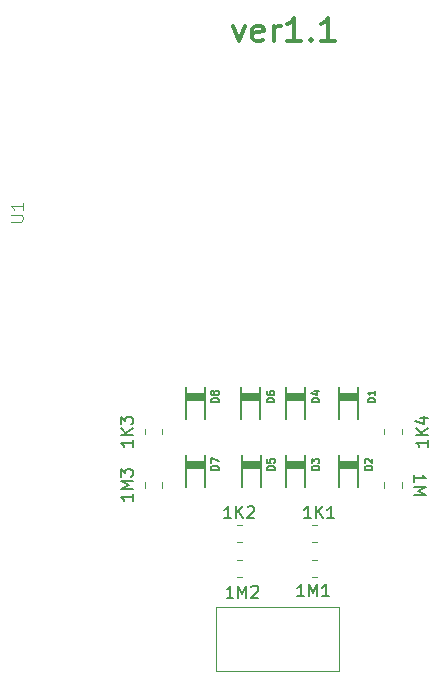
<source format=gbr>
%TF.GenerationSoftware,KiCad,Pcbnew,7.0.9*%
%TF.CreationDate,2025-04-28T00:26:43+09:00*%
%TF.ProjectId,Rp2040_v1.1,52703230-3430-45f7-9631-2e312e6b6963,rev?*%
%TF.SameCoordinates,Original*%
%TF.FileFunction,Legend,Top*%
%TF.FilePolarity,Positive*%
%FSLAX46Y46*%
G04 Gerber Fmt 4.6, Leading zero omitted, Abs format (unit mm)*
G04 Created by KiCad (PCBNEW 7.0.9) date 2025-04-28 00:26:43*
%MOMM*%
%LPD*%
G01*
G04 APERTURE LIST*
%ADD10C,0.300000*%
%ADD11C,0.150000*%
%ADD12C,0.100000*%
%ADD13C,0.127000*%
%ADD14C,0.010000*%
%ADD15C,0.120000*%
G04 APERTURE END LIST*
D10*
X90233082Y-29906304D02*
X90709272Y-31239638D01*
X90709272Y-31239638D02*
X91185463Y-29906304D01*
X92709273Y-31144400D02*
X92518797Y-31239638D01*
X92518797Y-31239638D02*
X92137844Y-31239638D01*
X92137844Y-31239638D02*
X91947368Y-31144400D01*
X91947368Y-31144400D02*
X91852130Y-30953923D01*
X91852130Y-30953923D02*
X91852130Y-30192019D01*
X91852130Y-30192019D02*
X91947368Y-30001542D01*
X91947368Y-30001542D02*
X92137844Y-29906304D01*
X92137844Y-29906304D02*
X92518797Y-29906304D01*
X92518797Y-29906304D02*
X92709273Y-30001542D01*
X92709273Y-30001542D02*
X92804511Y-30192019D01*
X92804511Y-30192019D02*
X92804511Y-30382495D01*
X92804511Y-30382495D02*
X91852130Y-30572971D01*
X93661654Y-31239638D02*
X93661654Y-29906304D01*
X93661654Y-30287257D02*
X93756892Y-30096780D01*
X93756892Y-30096780D02*
X93852130Y-30001542D01*
X93852130Y-30001542D02*
X94042606Y-29906304D01*
X94042606Y-29906304D02*
X94233083Y-29906304D01*
X95947368Y-31239638D02*
X94804511Y-31239638D01*
X95375939Y-31239638D02*
X95375939Y-29239638D01*
X95375939Y-29239638D02*
X95185463Y-29525352D01*
X95185463Y-29525352D02*
X94994987Y-29715828D01*
X94994987Y-29715828D02*
X94804511Y-29811066D01*
X96804511Y-31049161D02*
X96899749Y-31144400D01*
X96899749Y-31144400D02*
X96804511Y-31239638D01*
X96804511Y-31239638D02*
X96709273Y-31144400D01*
X96709273Y-31144400D02*
X96804511Y-31049161D01*
X96804511Y-31049161D02*
X96804511Y-31239638D01*
X98804511Y-31239638D02*
X97661654Y-31239638D01*
X98233082Y-31239638D02*
X98233082Y-29239638D01*
X98233082Y-29239638D02*
X98042606Y-29525352D01*
X98042606Y-29525352D02*
X97852130Y-29715828D01*
X97852130Y-29715828D02*
X97661654Y-29811066D01*
D11*
X105545180Y-68511785D02*
X105545180Y-67940357D01*
X105545180Y-68226071D02*
X106545180Y-68226071D01*
X106545180Y-68226071D02*
X106402323Y-68130833D01*
X106402323Y-68130833D02*
X106307085Y-68035595D01*
X106307085Y-68035595D02*
X106259466Y-67940357D01*
X105545180Y-68940357D02*
X106545180Y-68940357D01*
X106545180Y-68940357D02*
X105830895Y-69273690D01*
X105830895Y-69273690D02*
X106545180Y-69607023D01*
X106545180Y-69607023D02*
X105545180Y-69607023D01*
X97496541Y-61789295D02*
X96855944Y-61789295D01*
X96855944Y-61789295D02*
X96855944Y-61636772D01*
X96855944Y-61636772D02*
X96886449Y-61545258D01*
X96886449Y-61545258D02*
X96947458Y-61484249D01*
X96947458Y-61484249D02*
X97008467Y-61453745D01*
X97008467Y-61453745D02*
X97130486Y-61423240D01*
X97130486Y-61423240D02*
X97222000Y-61423240D01*
X97222000Y-61423240D02*
X97344018Y-61453745D01*
X97344018Y-61453745D02*
X97405027Y-61484249D01*
X97405027Y-61484249D02*
X97466037Y-61545258D01*
X97466037Y-61545258D02*
X97496541Y-61636772D01*
X97496541Y-61636772D02*
X97496541Y-61789295D01*
X97069476Y-60874157D02*
X97496541Y-60874157D01*
X96825440Y-61026680D02*
X97283009Y-61179203D01*
X97283009Y-61179203D02*
X97283009Y-60782643D01*
X96809523Y-71589819D02*
X96238095Y-71589819D01*
X96523809Y-71589819D02*
X96523809Y-70589819D01*
X96523809Y-70589819D02*
X96428571Y-70732676D01*
X96428571Y-70732676D02*
X96333333Y-70827914D01*
X96333333Y-70827914D02*
X96238095Y-70875533D01*
X97238095Y-71589819D02*
X97238095Y-70589819D01*
X97809523Y-71589819D02*
X97380952Y-71018390D01*
X97809523Y-70589819D02*
X97238095Y-71161247D01*
X98761904Y-71589819D02*
X98190476Y-71589819D01*
X98476190Y-71589819D02*
X98476190Y-70589819D01*
X98476190Y-70589819D02*
X98380952Y-70732676D01*
X98380952Y-70732676D02*
X98285714Y-70827914D01*
X98285714Y-70827914D02*
X98190476Y-70875533D01*
X96238095Y-78204819D02*
X95666667Y-78204819D01*
X95952381Y-78204819D02*
X95952381Y-77204819D01*
X95952381Y-77204819D02*
X95857143Y-77347676D01*
X95857143Y-77347676D02*
X95761905Y-77442914D01*
X95761905Y-77442914D02*
X95666667Y-77490533D01*
X96666667Y-78204819D02*
X96666667Y-77204819D01*
X96666667Y-77204819D02*
X97000000Y-77919104D01*
X97000000Y-77919104D02*
X97333333Y-77204819D01*
X97333333Y-77204819D02*
X97333333Y-78204819D01*
X98333333Y-78204819D02*
X97761905Y-78204819D01*
X98047619Y-78204819D02*
X98047619Y-77204819D01*
X98047619Y-77204819D02*
X97952381Y-77347676D01*
X97952381Y-77347676D02*
X97857143Y-77442914D01*
X97857143Y-77442914D02*
X97761905Y-77490533D01*
X97496541Y-67539295D02*
X96855944Y-67539295D01*
X96855944Y-67539295D02*
X96855944Y-67386772D01*
X96855944Y-67386772D02*
X96886449Y-67295258D01*
X96886449Y-67295258D02*
X96947458Y-67234249D01*
X96947458Y-67234249D02*
X97008467Y-67203745D01*
X97008467Y-67203745D02*
X97130486Y-67173240D01*
X97130486Y-67173240D02*
X97222000Y-67173240D01*
X97222000Y-67173240D02*
X97344018Y-67203745D01*
X97344018Y-67203745D02*
X97405027Y-67234249D01*
X97405027Y-67234249D02*
X97466037Y-67295258D01*
X97466037Y-67295258D02*
X97496541Y-67386772D01*
X97496541Y-67386772D02*
X97496541Y-67539295D01*
X96855944Y-66959708D02*
X96855944Y-66563148D01*
X96855944Y-66563148D02*
X97099981Y-66776680D01*
X97099981Y-66776680D02*
X97099981Y-66685166D01*
X97099981Y-66685166D02*
X97130486Y-66624157D01*
X97130486Y-66624157D02*
X97160990Y-66593652D01*
X97160990Y-66593652D02*
X97222000Y-66563148D01*
X97222000Y-66563148D02*
X97374523Y-66563148D01*
X97374523Y-66563148D02*
X97435532Y-66593652D01*
X97435532Y-66593652D02*
X97466037Y-66624157D01*
X97466037Y-66624157D02*
X97496541Y-66685166D01*
X97496541Y-66685166D02*
X97496541Y-66868194D01*
X97496541Y-66868194D02*
X97466037Y-66929203D01*
X97466037Y-66929203D02*
X97435532Y-66959708D01*
D12*
X71417419Y-46501904D02*
X72226942Y-46501904D01*
X72226942Y-46501904D02*
X72322180Y-46454285D01*
X72322180Y-46454285D02*
X72369800Y-46406666D01*
X72369800Y-46406666D02*
X72417419Y-46311428D01*
X72417419Y-46311428D02*
X72417419Y-46120952D01*
X72417419Y-46120952D02*
X72369800Y-46025714D01*
X72369800Y-46025714D02*
X72322180Y-45978095D01*
X72322180Y-45978095D02*
X72226942Y-45930476D01*
X72226942Y-45930476D02*
X71417419Y-45930476D01*
X72417419Y-44930476D02*
X72417419Y-45501904D01*
X72417419Y-45216190D02*
X71417419Y-45216190D01*
X71417419Y-45216190D02*
X71560276Y-45311428D01*
X71560276Y-45311428D02*
X71655514Y-45406666D01*
X71655514Y-45406666D02*
X71703133Y-45501904D01*
D11*
X88996541Y-61789295D02*
X88355944Y-61789295D01*
X88355944Y-61789295D02*
X88355944Y-61636772D01*
X88355944Y-61636772D02*
X88386449Y-61545258D01*
X88386449Y-61545258D02*
X88447458Y-61484249D01*
X88447458Y-61484249D02*
X88508467Y-61453745D01*
X88508467Y-61453745D02*
X88630486Y-61423240D01*
X88630486Y-61423240D02*
X88722000Y-61423240D01*
X88722000Y-61423240D02*
X88844018Y-61453745D01*
X88844018Y-61453745D02*
X88905027Y-61484249D01*
X88905027Y-61484249D02*
X88966037Y-61545258D01*
X88966037Y-61545258D02*
X88996541Y-61636772D01*
X88996541Y-61636772D02*
X88996541Y-61789295D01*
X88630486Y-61057185D02*
X88599981Y-61118194D01*
X88599981Y-61118194D02*
X88569476Y-61148698D01*
X88569476Y-61148698D02*
X88508467Y-61179203D01*
X88508467Y-61179203D02*
X88477963Y-61179203D01*
X88477963Y-61179203D02*
X88416953Y-61148698D01*
X88416953Y-61148698D02*
X88386449Y-61118194D01*
X88386449Y-61118194D02*
X88355944Y-61057185D01*
X88355944Y-61057185D02*
X88355944Y-60935166D01*
X88355944Y-60935166D02*
X88386449Y-60874157D01*
X88386449Y-60874157D02*
X88416953Y-60843652D01*
X88416953Y-60843652D02*
X88477963Y-60813148D01*
X88477963Y-60813148D02*
X88508467Y-60813148D01*
X88508467Y-60813148D02*
X88569476Y-60843652D01*
X88569476Y-60843652D02*
X88599981Y-60874157D01*
X88599981Y-60874157D02*
X88630486Y-60935166D01*
X88630486Y-60935166D02*
X88630486Y-61057185D01*
X88630486Y-61057185D02*
X88660990Y-61118194D01*
X88660990Y-61118194D02*
X88691495Y-61148698D01*
X88691495Y-61148698D02*
X88752504Y-61179203D01*
X88752504Y-61179203D02*
X88874523Y-61179203D01*
X88874523Y-61179203D02*
X88935532Y-61148698D01*
X88935532Y-61148698D02*
X88966037Y-61118194D01*
X88966037Y-61118194D02*
X88996541Y-61057185D01*
X88996541Y-61057185D02*
X88996541Y-60935166D01*
X88996541Y-60935166D02*
X88966037Y-60874157D01*
X88966037Y-60874157D02*
X88935532Y-60843652D01*
X88935532Y-60843652D02*
X88874523Y-60813148D01*
X88874523Y-60813148D02*
X88752504Y-60813148D01*
X88752504Y-60813148D02*
X88691495Y-60843652D01*
X88691495Y-60843652D02*
X88660990Y-60874157D01*
X88660990Y-60874157D02*
X88630486Y-60935166D01*
X88996541Y-67539295D02*
X88355944Y-67539295D01*
X88355944Y-67539295D02*
X88355944Y-67386772D01*
X88355944Y-67386772D02*
X88386449Y-67295258D01*
X88386449Y-67295258D02*
X88447458Y-67234249D01*
X88447458Y-67234249D02*
X88508467Y-67203745D01*
X88508467Y-67203745D02*
X88630486Y-67173240D01*
X88630486Y-67173240D02*
X88722000Y-67173240D01*
X88722000Y-67173240D02*
X88844018Y-67203745D01*
X88844018Y-67203745D02*
X88905027Y-67234249D01*
X88905027Y-67234249D02*
X88966037Y-67295258D01*
X88966037Y-67295258D02*
X88996541Y-67386772D01*
X88996541Y-67386772D02*
X88996541Y-67539295D01*
X88355944Y-66959708D02*
X88355944Y-66532643D01*
X88355944Y-66532643D02*
X88996541Y-66807185D01*
X93699041Y-61789295D02*
X93058444Y-61789295D01*
X93058444Y-61789295D02*
X93058444Y-61636772D01*
X93058444Y-61636772D02*
X93088949Y-61545258D01*
X93088949Y-61545258D02*
X93149958Y-61484249D01*
X93149958Y-61484249D02*
X93210967Y-61453745D01*
X93210967Y-61453745D02*
X93332986Y-61423240D01*
X93332986Y-61423240D02*
X93424500Y-61423240D01*
X93424500Y-61423240D02*
X93546518Y-61453745D01*
X93546518Y-61453745D02*
X93607527Y-61484249D01*
X93607527Y-61484249D02*
X93668537Y-61545258D01*
X93668537Y-61545258D02*
X93699041Y-61636772D01*
X93699041Y-61636772D02*
X93699041Y-61789295D01*
X93058444Y-60874157D02*
X93058444Y-60996175D01*
X93058444Y-60996175D02*
X93088949Y-61057185D01*
X93088949Y-61057185D02*
X93119453Y-61087689D01*
X93119453Y-61087689D02*
X93210967Y-61148698D01*
X93210967Y-61148698D02*
X93332986Y-61179203D01*
X93332986Y-61179203D02*
X93577023Y-61179203D01*
X93577023Y-61179203D02*
X93638032Y-61148698D01*
X93638032Y-61148698D02*
X93668537Y-61118194D01*
X93668537Y-61118194D02*
X93699041Y-61057185D01*
X93699041Y-61057185D02*
X93699041Y-60935166D01*
X93699041Y-60935166D02*
X93668537Y-60874157D01*
X93668537Y-60874157D02*
X93638032Y-60843652D01*
X93638032Y-60843652D02*
X93577023Y-60813148D01*
X93577023Y-60813148D02*
X93424500Y-60813148D01*
X93424500Y-60813148D02*
X93363490Y-60843652D01*
X93363490Y-60843652D02*
X93332986Y-60874157D01*
X93332986Y-60874157D02*
X93302481Y-60935166D01*
X93302481Y-60935166D02*
X93302481Y-61057185D01*
X93302481Y-61057185D02*
X93332986Y-61118194D01*
X93332986Y-61118194D02*
X93363490Y-61148698D01*
X93363490Y-61148698D02*
X93424500Y-61179203D01*
X93746541Y-67539295D02*
X93105944Y-67539295D01*
X93105944Y-67539295D02*
X93105944Y-67386772D01*
X93105944Y-67386772D02*
X93136449Y-67295258D01*
X93136449Y-67295258D02*
X93197458Y-67234249D01*
X93197458Y-67234249D02*
X93258467Y-67203745D01*
X93258467Y-67203745D02*
X93380486Y-67173240D01*
X93380486Y-67173240D02*
X93472000Y-67173240D01*
X93472000Y-67173240D02*
X93594018Y-67203745D01*
X93594018Y-67203745D02*
X93655027Y-67234249D01*
X93655027Y-67234249D02*
X93716037Y-67295258D01*
X93716037Y-67295258D02*
X93746541Y-67386772D01*
X93746541Y-67386772D02*
X93746541Y-67539295D01*
X93105944Y-66593652D02*
X93105944Y-66898698D01*
X93105944Y-66898698D02*
X93410990Y-66929203D01*
X93410990Y-66929203D02*
X93380486Y-66898698D01*
X93380486Y-66898698D02*
X93349981Y-66837689D01*
X93349981Y-66837689D02*
X93349981Y-66685166D01*
X93349981Y-66685166D02*
X93380486Y-66624157D01*
X93380486Y-66624157D02*
X93410990Y-66593652D01*
X93410990Y-66593652D02*
X93472000Y-66563148D01*
X93472000Y-66563148D02*
X93624523Y-66563148D01*
X93624523Y-66563148D02*
X93685532Y-66593652D01*
X93685532Y-66593652D02*
X93716037Y-66624157D01*
X93716037Y-66624157D02*
X93746541Y-66685166D01*
X93746541Y-66685166D02*
X93746541Y-66837689D01*
X93746541Y-66837689D02*
X93716037Y-66898698D01*
X93716037Y-66898698D02*
X93685532Y-66929203D01*
X101996541Y-67539295D02*
X101355944Y-67539295D01*
X101355944Y-67539295D02*
X101355944Y-67386772D01*
X101355944Y-67386772D02*
X101386449Y-67295258D01*
X101386449Y-67295258D02*
X101447458Y-67234249D01*
X101447458Y-67234249D02*
X101508467Y-67203745D01*
X101508467Y-67203745D02*
X101630486Y-67173240D01*
X101630486Y-67173240D02*
X101722000Y-67173240D01*
X101722000Y-67173240D02*
X101844018Y-67203745D01*
X101844018Y-67203745D02*
X101905027Y-67234249D01*
X101905027Y-67234249D02*
X101966037Y-67295258D01*
X101966037Y-67295258D02*
X101996541Y-67386772D01*
X101996541Y-67386772D02*
X101996541Y-67539295D01*
X101416953Y-66929203D02*
X101386449Y-66898698D01*
X101386449Y-66898698D02*
X101355944Y-66837689D01*
X101355944Y-66837689D02*
X101355944Y-66685166D01*
X101355944Y-66685166D02*
X101386449Y-66624157D01*
X101386449Y-66624157D02*
X101416953Y-66593652D01*
X101416953Y-66593652D02*
X101477963Y-66563148D01*
X101477963Y-66563148D02*
X101538972Y-66563148D01*
X101538972Y-66563148D02*
X101630486Y-66593652D01*
X101630486Y-66593652D02*
X101996541Y-66959708D01*
X101996541Y-66959708D02*
X101996541Y-66563148D01*
X102246541Y-61789295D02*
X101605944Y-61789295D01*
X101605944Y-61789295D02*
X101605944Y-61636772D01*
X101605944Y-61636772D02*
X101636449Y-61545258D01*
X101636449Y-61545258D02*
X101697458Y-61484249D01*
X101697458Y-61484249D02*
X101758467Y-61453745D01*
X101758467Y-61453745D02*
X101880486Y-61423240D01*
X101880486Y-61423240D02*
X101972000Y-61423240D01*
X101972000Y-61423240D02*
X102094018Y-61453745D01*
X102094018Y-61453745D02*
X102155027Y-61484249D01*
X102155027Y-61484249D02*
X102216037Y-61545258D01*
X102216037Y-61545258D02*
X102246541Y-61636772D01*
X102246541Y-61636772D02*
X102246541Y-61789295D01*
X102246541Y-60813148D02*
X102246541Y-61179203D01*
X102246541Y-60996175D02*
X101605944Y-60996175D01*
X101605944Y-60996175D02*
X101697458Y-61057185D01*
X101697458Y-61057185D02*
X101758467Y-61118194D01*
X101758467Y-61118194D02*
X101788972Y-61179203D01*
X81704819Y-69559404D02*
X81704819Y-70130832D01*
X81704819Y-69845118D02*
X80704819Y-69845118D01*
X80704819Y-69845118D02*
X80847676Y-69940356D01*
X80847676Y-69940356D02*
X80942914Y-70035594D01*
X80942914Y-70035594D02*
X80990533Y-70130832D01*
X81704819Y-69130832D02*
X80704819Y-69130832D01*
X80704819Y-69130832D02*
X81419104Y-68797499D01*
X81419104Y-68797499D02*
X80704819Y-68464166D01*
X80704819Y-68464166D02*
X81704819Y-68464166D01*
X80704819Y-68083213D02*
X80704819Y-67464166D01*
X80704819Y-67464166D02*
X81085771Y-67797499D01*
X81085771Y-67797499D02*
X81085771Y-67654642D01*
X81085771Y-67654642D02*
X81133390Y-67559404D01*
X81133390Y-67559404D02*
X81181009Y-67511785D01*
X81181009Y-67511785D02*
X81276247Y-67464166D01*
X81276247Y-67464166D02*
X81514342Y-67464166D01*
X81514342Y-67464166D02*
X81609580Y-67511785D01*
X81609580Y-67511785D02*
X81657200Y-67559404D01*
X81657200Y-67559404D02*
X81704819Y-67654642D01*
X81704819Y-67654642D02*
X81704819Y-67940356D01*
X81704819Y-67940356D02*
X81657200Y-68035594D01*
X81657200Y-68035594D02*
X81609580Y-68083213D01*
X90238095Y-78339819D02*
X89666667Y-78339819D01*
X89952381Y-78339819D02*
X89952381Y-77339819D01*
X89952381Y-77339819D02*
X89857143Y-77482676D01*
X89857143Y-77482676D02*
X89761905Y-77577914D01*
X89761905Y-77577914D02*
X89666667Y-77625533D01*
X90666667Y-78339819D02*
X90666667Y-77339819D01*
X90666667Y-77339819D02*
X91000000Y-78054104D01*
X91000000Y-78054104D02*
X91333333Y-77339819D01*
X91333333Y-77339819D02*
X91333333Y-78339819D01*
X91761905Y-77435057D02*
X91809524Y-77387438D01*
X91809524Y-77387438D02*
X91904762Y-77339819D01*
X91904762Y-77339819D02*
X92142857Y-77339819D01*
X92142857Y-77339819D02*
X92238095Y-77387438D01*
X92238095Y-77387438D02*
X92285714Y-77435057D01*
X92285714Y-77435057D02*
X92333333Y-77530295D01*
X92333333Y-77530295D02*
X92333333Y-77625533D01*
X92333333Y-77625533D02*
X92285714Y-77768390D01*
X92285714Y-77768390D02*
X91714286Y-78339819D01*
X91714286Y-78339819D02*
X92333333Y-78339819D01*
X106704819Y-64987976D02*
X106704819Y-65559404D01*
X106704819Y-65273690D02*
X105704819Y-65273690D01*
X105704819Y-65273690D02*
X105847676Y-65368928D01*
X105847676Y-65368928D02*
X105942914Y-65464166D01*
X105942914Y-65464166D02*
X105990533Y-65559404D01*
X106704819Y-64559404D02*
X105704819Y-64559404D01*
X106704819Y-63987976D02*
X106133390Y-64416547D01*
X105704819Y-63987976D02*
X106276247Y-64559404D01*
X106038152Y-63130833D02*
X106704819Y-63130833D01*
X105657200Y-63368928D02*
X106371485Y-63607023D01*
X106371485Y-63607023D02*
X106371485Y-62987976D01*
X81704819Y-64987976D02*
X81704819Y-65559404D01*
X81704819Y-65273690D02*
X80704819Y-65273690D01*
X80704819Y-65273690D02*
X80847676Y-65368928D01*
X80847676Y-65368928D02*
X80942914Y-65464166D01*
X80942914Y-65464166D02*
X80990533Y-65559404D01*
X81704819Y-64559404D02*
X80704819Y-64559404D01*
X81704819Y-63987976D02*
X81133390Y-64416547D01*
X80704819Y-63987976D02*
X81276247Y-64559404D01*
X80704819Y-63654642D02*
X80704819Y-63035595D01*
X80704819Y-63035595D02*
X81085771Y-63368928D01*
X81085771Y-63368928D02*
X81085771Y-63226071D01*
X81085771Y-63226071D02*
X81133390Y-63130833D01*
X81133390Y-63130833D02*
X81181009Y-63083214D01*
X81181009Y-63083214D02*
X81276247Y-63035595D01*
X81276247Y-63035595D02*
X81514342Y-63035595D01*
X81514342Y-63035595D02*
X81609580Y-63083214D01*
X81609580Y-63083214D02*
X81657200Y-63130833D01*
X81657200Y-63130833D02*
X81704819Y-63226071D01*
X81704819Y-63226071D02*
X81704819Y-63511785D01*
X81704819Y-63511785D02*
X81657200Y-63607023D01*
X81657200Y-63607023D02*
X81609580Y-63654642D01*
X90059523Y-71589819D02*
X89488095Y-71589819D01*
X89773809Y-71589819D02*
X89773809Y-70589819D01*
X89773809Y-70589819D02*
X89678571Y-70732676D01*
X89678571Y-70732676D02*
X89583333Y-70827914D01*
X89583333Y-70827914D02*
X89488095Y-70875533D01*
X90488095Y-71589819D02*
X90488095Y-70589819D01*
X91059523Y-71589819D02*
X90630952Y-71018390D01*
X91059523Y-70589819D02*
X90488095Y-71161247D01*
X91440476Y-70685057D02*
X91488095Y-70637438D01*
X91488095Y-70637438D02*
X91583333Y-70589819D01*
X91583333Y-70589819D02*
X91821428Y-70589819D01*
X91821428Y-70589819D02*
X91916666Y-70637438D01*
X91916666Y-70637438D02*
X91964285Y-70685057D01*
X91964285Y-70685057D02*
X92011904Y-70780295D01*
X92011904Y-70780295D02*
X92011904Y-70875533D01*
X92011904Y-70875533D02*
X91964285Y-71018390D01*
X91964285Y-71018390D02*
X91392857Y-71589819D01*
X91392857Y-71589819D02*
X92011904Y-71589819D01*
D13*
%TO.C,D4*%
X96300000Y-60535000D02*
X96300000Y-63235000D01*
X94700000Y-63235000D02*
X94700000Y-60535000D01*
D14*
X96300000Y-61585000D02*
X94699378Y-61585000D01*
X94699378Y-60984300D01*
X96300000Y-60984300D01*
X96300000Y-61585000D01*
G36*
X96300000Y-61585000D02*
G01*
X94699378Y-61585000D01*
X94699378Y-60984300D01*
X96300000Y-60984300D01*
X96300000Y-61585000D01*
G37*
D15*
%TO.C,1K1*%
X96860436Y-73620000D02*
X97314564Y-73620000D01*
X96860436Y-72150000D02*
X97314564Y-72150000D01*
%TO.C,1M1*%
X97314564Y-75150000D02*
X96860436Y-75150000D01*
X97314564Y-76620000D02*
X96860436Y-76620000D01*
D13*
%TO.C,D3*%
X96300000Y-66285000D02*
X96300000Y-68985000D01*
X94700000Y-68985000D02*
X94700000Y-66285000D01*
D14*
X96300000Y-67335000D02*
X94699378Y-67335000D01*
X94699378Y-66734300D01*
X96300000Y-66734300D01*
X96300000Y-67335000D01*
G36*
X96300000Y-67335000D02*
G01*
X94699378Y-67335000D01*
X94699378Y-66734300D01*
X96300000Y-66734300D01*
X96300000Y-67335000D01*
G37*
D12*
%TO.C,U2*%
X88800000Y-84550000D02*
X99200000Y-84550000D01*
X99200000Y-84550000D02*
X99200000Y-79150000D01*
X99200000Y-79150000D02*
X88800000Y-79150000D01*
X88800000Y-79150000D02*
X88800000Y-84550000D01*
D13*
%TO.C,D8*%
X87800000Y-60535000D02*
X87800000Y-63235000D01*
X86200000Y-63235000D02*
X86200000Y-60535000D01*
D14*
X87800000Y-61585000D02*
X86199378Y-61585000D01*
X86199378Y-60984300D01*
X87800000Y-60984300D01*
X87800000Y-61585000D01*
G36*
X87800000Y-61585000D02*
G01*
X86199378Y-61585000D01*
X86199378Y-60984300D01*
X87800000Y-60984300D01*
X87800000Y-61585000D01*
G37*
%TO.C,D7*%
X87800000Y-67335000D02*
X86199378Y-67335000D01*
X86199378Y-66734300D01*
X87800000Y-66734300D01*
X87800000Y-67335000D01*
G36*
X87800000Y-67335000D02*
G01*
X86199378Y-67335000D01*
X86199378Y-66734300D01*
X87800000Y-66734300D01*
X87800000Y-67335000D01*
G37*
D13*
X86200000Y-68985000D02*
X86200000Y-66285000D01*
X87800000Y-66285000D02*
X87800000Y-68985000D01*
%TO.C,D6*%
D14*
X92502500Y-61585000D02*
X90901878Y-61585000D01*
X90901878Y-60984300D01*
X92502500Y-60984300D01*
X92502500Y-61585000D01*
G36*
X92502500Y-61585000D02*
G01*
X90901878Y-61585000D01*
X90901878Y-60984300D01*
X92502500Y-60984300D01*
X92502500Y-61585000D01*
G37*
D13*
X90902500Y-63235000D02*
X90902500Y-60535000D01*
X92502500Y-60535000D02*
X92502500Y-63235000D01*
%TO.C,D5*%
D14*
X92550000Y-67335000D02*
X90949378Y-67335000D01*
X90949378Y-66734300D01*
X92550000Y-66734300D01*
X92550000Y-67335000D01*
G36*
X92550000Y-67335000D02*
G01*
X90949378Y-67335000D01*
X90949378Y-66734300D01*
X92550000Y-66734300D01*
X92550000Y-67335000D01*
G37*
D13*
X90950000Y-68985000D02*
X90950000Y-66285000D01*
X92550000Y-66285000D02*
X92550000Y-68985000D01*
%TO.C,D2*%
D14*
X100800000Y-67335000D02*
X99199378Y-67335000D01*
X99199378Y-66734300D01*
X100800000Y-66734300D01*
X100800000Y-67335000D01*
G36*
X100800000Y-67335000D02*
G01*
X99199378Y-67335000D01*
X99199378Y-66734300D01*
X100800000Y-66734300D01*
X100800000Y-67335000D01*
G37*
D13*
X99200000Y-68985000D02*
X99200000Y-66285000D01*
X100800000Y-66285000D02*
X100800000Y-68985000D01*
%TO.C,D1*%
X100800000Y-60535000D02*
X100800000Y-63235000D01*
X99200000Y-63235000D02*
X99200000Y-60535000D01*
D14*
X100800000Y-61585000D02*
X99199378Y-61585000D01*
X99199378Y-60984300D01*
X100800000Y-60984300D01*
X100800000Y-61585000D01*
G36*
X100800000Y-61585000D02*
G01*
X99199378Y-61585000D01*
X99199378Y-60984300D01*
X100800000Y-60984300D01*
X100800000Y-61585000D01*
G37*
D15*
%TO.C,1M4*%
X103015000Y-68570436D02*
X103015000Y-69024564D01*
X104485000Y-68570436D02*
X104485000Y-69024564D01*
%TO.C,1M3*%
X84235000Y-68570436D02*
X84235000Y-69024564D01*
X82765000Y-68570436D02*
X82765000Y-69024564D01*
%TO.C,1M2*%
X90977064Y-75150000D02*
X90522936Y-75150000D01*
X90977064Y-76620000D02*
X90522936Y-76620000D01*
%TO.C,1K4*%
X104485000Y-64070436D02*
X104485000Y-64524564D01*
X103015000Y-64070436D02*
X103015000Y-64524564D01*
%TO.C,1K3*%
X84235000Y-64070436D02*
X84235000Y-64524564D01*
X82765000Y-64070436D02*
X82765000Y-64524564D01*
%TO.C,1K2*%
X90522936Y-73620000D02*
X90977064Y-73620000D01*
X90522936Y-72150000D02*
X90977064Y-72150000D01*
%TD*%
M02*

</source>
